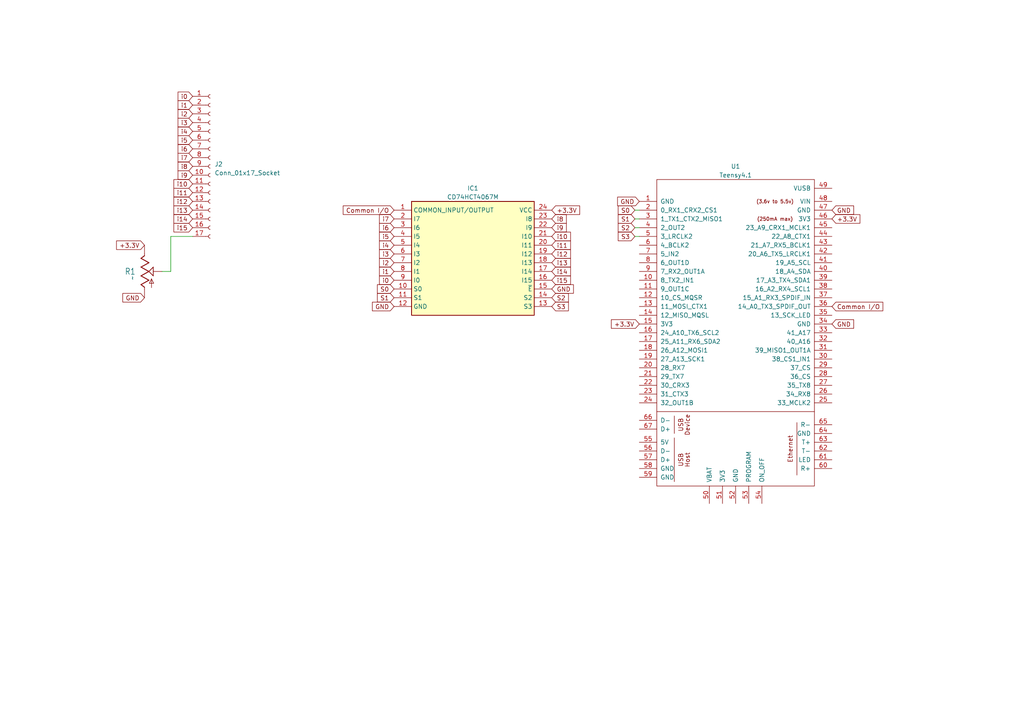
<source format=kicad_sch>
(kicad_sch (version 20230121) (generator eeschema)
  (paper "A4")
  (lib_symbols
    (symbol "CD74HCT4067M:CD74HCT4067M"
      (property "Reference" "IC" (at 41.91 7.62 0))
      (property "Value" "CD74HCT4067M" (at 41.91 5.08 0))
      (symbol "CD74HCT4067M_1_1"
        (rectangle (start 5.08 2.54) (end 40.64 -30.48) (stroke (width 0.254)) (fill (type background)))
        (pin passive line (at 0 0 0) (length 5.08) (name "COMMON_INPUT/OUTPUT") (number "1"))
        (pin passive line (at 0 -22.86 0) (length 5.08) (name "S0") (number "10"))
        (pin passive line (at 0 -25.4 0) (length 5.08) (name "S1") (number "11"))
        (pin passive line (at 0 -27.94 0) (length 5.08) (name "GND") (number "12"))
        (pin passive line (at 45.72 -27.94 180) (length 5.08) (name "S3") (number "13"))
        (pin passive line (at 45.72 -25.4 180) (length 5.08) (name "S2") (number "14"))
        (pin passive line (at 45.72 -22.86 180) (length 5.08) (name "~{E}") (number "15"))
        (pin passive line (at 45.72 -20.32 180) (length 5.08) (name "I15") (number "16"))
        (pin passive line (at 45.72 -17.78 180) (length 5.08) (name "I14") (number "17"))
        (pin passive line (at 45.72 -15.24 180) (length 5.08) (name "I13") (number "18"))
        (pin passive line (at 45.72 -12.7 180) (length 5.08) (name "I12") (number "19"))
        (pin passive line (at 0 -2.54 0) (length 5.08) (name "I7") (number "2"))
        (pin passive line (at 45.72 -10.16 180) (length 5.08) (name "I11") (number "20"))
        (pin passive line (at 45.72 -7.62 180) (length 5.08) (name "I10") (number "21"))
        (pin passive line (at 45.72 -5.08 180) (length 5.08) (name "I9") (number "22"))
        (pin passive line (at 45.72 -2.54 180) (length 5.08) (name "I8") (number "23"))
        (pin passive line (at 45.72 0 180) (length 5.08) (name "VCC") (number "24"))
        (pin passive line (at 0 -5.08 0) (length 5.08) (name "I6") (number "3"))
        (pin passive line (at 0 -7.62 0) (length 5.08) (name "I5") (number "4"))
        (pin passive line (at 0 -10.16 0) (length 5.08) (name "I4") (number "5"))
        (pin passive line (at 0 -12.7 0) (length 5.08) (name "I3") (number "6"))
        (pin passive line (at 0 -15.24 0) (length 5.08) (name "I2") (number "7"))
        (pin passive line (at 0 -17.78 0) (length 5.08) (name "I1") (number "8"))
        (pin passive line (at 0 -20.32 0) (length 5.08) (name "I0") (number "9"))
      )
    )
    (symbol "Connector:Conn_01x17_Socket" (pin_names (offset 1.016) hide)
      (property "Reference" "J" (at 0 22.86 0))
      (property "Value" "Conn_01x17_Socket" (at 0 -22.86 0))
      (symbol "Conn_01x17_Socket_1_1"
        (arc (start 0 -19.812) (mid -0.5058 -20.32) (end 0 -20.828) (stroke (width 0.1524)))
        (arc (start 0 -17.272) (mid -0.5058 -17.78) (end 0 -18.288) (stroke (width 0.1524)))
        (arc (start 0 -14.732) (mid -0.5058 -15.24) (end 0 -15.748) (stroke (width 0.1524)))
        (arc (start 0 -12.192) (mid -0.5058 -12.7) (end 0 -13.208) (stroke (width 0.1524)))
        (arc (start 0 -9.652) (mid -0.5058 -10.16) (end 0 -10.668) (stroke (width 0.1524)))
        (arc (start 0 -7.112) (mid -0.5058 -7.62) (end 0 -8.128) (stroke (width 0.1524)))
        (arc (start 0 -4.572) (mid -0.5058 -5.08) (end 0 -5.588) (stroke (width 0.1524)))
        (arc (start 0 -2.032) (mid -0.5058 -2.54) (end 0 -3.048) (stroke (width 0.1524)))
        (polyline (pts (xy -1.27 -20.32) (xy -0.508 -20.32)) (stroke (width 0.1524)))
        (polyline (pts (xy -1.27 -17.78) (xy -0.508 -17.78)) (stroke (width 0.1524)))
        (polyline (pts (xy -1.27 -15.24) (xy -0.508 -15.24)) (stroke (width 0.1524)))
        (polyline (pts (xy -1.27 -12.7) (xy -0.508 -12.7)) (stroke (width 0.1524)))
        (polyline (pts (xy -1.27 -10.16) (xy -0.508 -10.16)) (stroke (width 0.1524)))
        (polyline (pts (xy -1.27 -7.62) (xy -0.508 -7.62)) (stroke (width 0.1524)))
        (polyline (pts (xy -1.27 -5.08) (xy -0.508 -5.08)) (stroke (width 0.1524)))
        (polyline (pts (xy -1.27 -2.54) (xy -0.508 -2.54)) (stroke (width 0.1524)))
        (polyline (pts (xy -1.27 0) (xy -0.508 0)) (stroke (width 0.1524)))
        (polyline (pts (xy -1.27 2.54) (xy -0.508 2.54)) (stroke (width 0.1524)))
        (polyline (pts (xy -1.27 5.08) (xy -0.508 5.08)) (stroke (width 0.1524)))
        (polyline (pts (xy -1.27 7.62) (xy -0.508 7.62)) (stroke (width 0.1524)))
        (polyline (pts (xy -1.27 10.16) (xy -0.508 10.16)) (stroke (width 0.1524)))
        (polyline (pts (xy -1.27 12.7) (xy -0.508 12.7)) (stroke (width 0.1524)))
        (polyline (pts (xy -1.27 15.24) (xy -0.508 15.24)) (stroke (width 0.1524)))
        (polyline (pts (xy -1.27 17.78) (xy -0.508 17.78)) (stroke (width 0.1524)))
        (polyline (pts (xy -1.27 20.32) (xy -0.508 20.32)) (stroke (width 0.1524)))
        (arc (start 0 0.508) (mid -0.5058 0) (end 0 -0.508) (stroke (width 0.1524)))
        (arc (start 0 3.048) (mid -0.5058 2.54) (end 0 2.032) (stroke (width 0.1524)))
        (arc (start 0 5.588) (mid -0.5058 5.08) (end 0 4.572) (stroke (width 0.1524)))
        (arc (start 0 8.128) (mid -0.5058 7.62) (end 0 7.112) (stroke (width 0.1524)))
        (arc (start 0 10.668) (mid -0.5058 10.16) (end 0 9.652) (stroke (width 0.1524)))
        (arc (start 0 13.208) (mid -0.5058 12.7) (end 0 12.192) (stroke (width 0.1524)))
        (arc (start 0 15.748) (mid -0.5058 15.24) (end 0 14.732) (stroke (width 0.1524)))
        (arc (start 0 18.288) (mid -0.5058 17.78) (end 0 17.272) (stroke (width 0.1524)))
        (arc (start 0 20.828) (mid -0.5058 20.32) (end 0 19.812) (stroke (width 0.1524)))
        (pin passive line (at -5.08 20.32 0) (length 3.81) (name "Pin_1") (number "1"))
        (pin passive line (at -5.08 -2.54 0) (length 3.81) (name "Pin_10") (number "10"))
        (pin passive line (at -5.08 -5.08 0) (length 3.81) (name "Pin_11") (number "11"))
        (pin passive line (at -5.08 -7.62 0) (length 3.81) (name "Pin_12") (number "12"))
        (pin passive line (at -5.08 -10.16 0) (length 3.81) (name "Pin_13") (number "13"))
        (pin passive line (at -5.08 -12.7 0) (length 3.81) (name "Pin_14") (number "14"))
        (pin passive line (at -5.08 -15.24 0) (length 3.81) (name "Pin_15") (number "15"))
        (pin passive line (at -5.08 -17.78 0) (length 3.81) (name "Pin_16") (number "16"))
        (pin passive line (at -5.08 -20.32 0) (length 3.81) (name "Pin_17") (number "17"))
        (pin passive line (at -5.08 17.78 0) (length 3.81) (name "Pin_2") (number "2"))
        (pin passive line (at -5.08 15.24 0) (length 3.81) (name "Pin_3") (number "3"))
        (pin passive line (at -5.08 12.7 0) (length 3.81) (name "Pin_4") (number "4"))
        (pin passive line (at -5.08 10.16 0) (length 3.81) (name "Pin_5") (number "5"))
        (pin passive line (at -5.08 7.62 0) (length 3.81) (name "Pin_6") (number "6"))
        (pin passive line (at -5.08 5.08 0) (length 3.81) (name "Pin_7") (number "7"))
        (pin passive line (at -5.08 2.54 0) (length 3.81) (name "Pin_8") (number "8"))
        (pin passive line (at -5.08 0 0) (length 3.81) (name "Pin_9") (number "9"))
      )
    )
    (symbol "US-EVUL Alpha Potentiometer Eurorack:US-EVUL"
      (property "Reference" "R" (at -5.08 -2.54 90))
      (symbol "US-EVUL_1_0"
        (polyline (pts (xy -1.016 -3.81) (xy 1.27 -2.54)) (stroke (width 0.254)))
        (polyline (pts (xy -1.016 -1.27) (xy 1.27 0)) (stroke (width 0.254)))
        (polyline (pts (xy -1.016 1.27) (xy 1.27 2.54)) (stroke (width 0.254)))
        (polyline (pts (xy -1.016 3.81) (xy 0 4.572)) (stroke (width 0.254)))
        (polyline (pts (xy 0 -5.08) (xy 0 -4.572)) (stroke (width 0.1524)))
        (polyline (pts (xy 0 -4.572) (xy -1.016 -3.81)) (stroke (width 0.254)))
        (polyline (pts (xy 0 4.572) (xy 0 5.08)) (stroke (width 0.1524)))
        (polyline (pts (xy 1.27 -2.54) (xy -1.016 -1.27)) (stroke (width 0.254)))
        (polyline (pts (xy 1.27 0) (xy -1.016 1.27)) (stroke (width 0.254)))
        (polyline (pts (xy 1.27 0) (xy 2.54 1.27)) (stroke (width 0.2032)))
        (polyline (pts (xy 1.27 2.54) (xy -1.016 3.81)) (stroke (width 0.254)))
        (polyline (pts (xy 1.397 -3.429) (xy 2.032 -2.159)) (stroke (width 0.1524)))
        (polyline (pts (xy 2.032 -4.699) (xy 2.032 -2.159)) (stroke (width 0.1524)))
        (polyline (pts (xy 2.032 -2.159) (xy 2.667 -3.429)) (stroke (width 0.1524)))
        (polyline (pts (xy 2.54 -1.27) (xy 1.27 0)) (stroke (width 0.2032)))
        (polyline (pts (xy 2.54 1.27) (xy 2.54 -1.27)) (stroke (width 0.2032)))
        (polyline (pts (xy 2.667 -3.429) (xy 1.397 -3.429)) (stroke (width 0.1524)))
        (pin passive line (at 0 -7.62 90) (length 2.54) (name "A") (number "1"))
        (pin passive line (at 5.08 0 180) (length 2.54) (name "S") (number "2"))
        (pin passive line (at 0 7.62 270) (length 2.54) (name "E") (number "3"))
      )
    )
    (symbol "teensy:Teensy4.1" (pin_names (offset 1.016))
      (property "Reference" "U" (at 0 64.77 0))
      (property "Value" "Teensy4.1" (at 0 62.23 0))
      (symbol "Teensy4.1_0_0"
        (polyline (pts (xy -22.86 -6.35) (xy 22.86 -6.35)))
        (polyline (pts (xy -17.78 -26.67) (xy -17.78 -13.97)))
        (polyline (pts (xy -17.78 -7.62) (xy -17.78 -12.7)))
        (polyline (pts (xy 17.78 -9.525) (xy 17.78 -24.765)))
        (text "(250mA max)" (at 11.43 49.53 0) (effects (font (size 1.016 1.016))))
        (text "(3.6v to 5.5v)" (at 11.43 54.61 0) (effects (font (size 1.016 1.016))))
        (text "Device" (at -13.97 -10.16 900) (effects (font (size 1.27 1.27))))
        (text "Ethernet" (at 15.875 -17.145 900) (effects (font (size 1.27 1.27))))
        (text "Host" (at -13.97 -20.32 900) (effects (font (size 1.27 1.27))))
        (text "USB" (at -15.875 -20.32 900) (effects (font (size 1.27 1.27))))
        (text "USB" (at -15.875 -10.16 900) (effects (font (size 1.27 1.27))))
        (pin bidirectional line (at -27.94 31.75 0) (length 5.08) (name "8_TX2_IN1") (number "10"))
        (pin bidirectional line (at -27.94 29.21 0) (length 5.08) (name "9_OUT1C") (number "11"))
        (pin bidirectional line (at -27.94 26.67 0) (length 5.08) (name "10_CS_MQSR") (number "12"))
        (pin bidirectional line (at -27.94 24.13 0) (length 5.08) (name "11_MOSI_CTX1") (number "13"))
        (pin bidirectional line (at -27.94 21.59 0) (length 5.08) (name "12_MISO_MQSL") (number "14"))
        (pin power_in line (at -27.94 19.05 0) (length 5.08) (name "3V3") (number "15"))
        (pin bidirectional line (at -27.94 16.51 0) (length 5.08) (name "24_A10_TX6_SCL2") (number "16"))
        (pin bidirectional line (at -27.94 13.97 0) (length 5.08) (name "25_A11_RX6_SDA2") (number "17"))
        (pin bidirectional line (at -27.94 11.43 0) (length 5.08) (name "26_A12_MOSI1") (number "18"))
        (pin bidirectional line (at -27.94 8.89 0) (length 5.08) (name "27_A13_SCK1") (number "19"))
        (pin bidirectional line (at -27.94 6.35 0) (length 5.08) (name "28_RX7") (number "20"))
        (pin bidirectional line (at -27.94 3.81 0) (length 5.08) (name "29_TX7") (number "21"))
        (pin bidirectional line (at -27.94 1.27 0) (length 5.08) (name "30_CRX3") (number "22"))
        (pin bidirectional line (at -27.94 -1.27 0) (length 5.08) (name "31_CTX3") (number "23"))
        (pin bidirectional line (at -27.94 -3.81 0) (length 5.08) (name "32_OUT1B") (number "24"))
        (pin bidirectional line (at 27.94 -3.81 180) (length 5.08) (name "33_MCLK2") (number "25"))
        (pin bidirectional line (at 27.94 -1.27 180) (length 5.08) (name "34_RX8") (number "26"))
        (pin bidirectional line (at 27.94 1.27 180) (length 5.08) (name "35_TX8") (number "27"))
        (pin bidirectional line (at 27.94 3.81 180) (length 5.08) (name "36_CS") (number "28"))
        (pin bidirectional line (at 27.94 6.35 180) (length 5.08) (name "37_CS") (number "29"))
        (pin bidirectional line (at 27.94 8.89 180) (length 5.08) (name "38_CS1_IN1") (number "30"))
        (pin bidirectional line (at 27.94 11.43 180) (length 5.08) (name "39_MISO1_OUT1A") (number "31"))
        (pin bidirectional line (at 27.94 13.97 180) (length 5.08) (name "40_A16") (number "32"))
        (pin bidirectional line (at 27.94 16.51 180) (length 5.08) (name "41_A17") (number "33"))
        (pin bidirectional line (at 27.94 21.59 180) (length 5.08) (name "13_SCK_LED") (number "35"))
        (pin bidirectional line (at 27.94 24.13 180) (length 5.08) (name "14_A0_TX3_SPDIF_OUT") (number "36"))
        (pin bidirectional line (at 27.94 26.67 180) (length 5.08) (name "15_A1_RX3_SPDIF_IN") (number "37"))
        (pin bidirectional line (at 27.94 29.21 180) (length 5.08) (name "16_A2_RX4_SCL1") (number "38"))
        (pin bidirectional line (at 27.94 31.75 180) (length 5.08) (name "17_A3_TX4_SDA1") (number "39"))
        (pin bidirectional line (at 27.94 34.29 180) (length 5.08) (name "18_A4_SDA") (number "40"))
        (pin bidirectional line (at 27.94 36.83 180) (length 5.08) (name "19_A5_SCL") (number "41"))
        (pin bidirectional line (at 27.94 39.37 180) (length 5.08) (name "20_A6_TX5_LRCLK1") (number "42"))
        (pin bidirectional line (at 27.94 41.91 180) (length 5.08) (name "21_A7_RX5_BCLK1") (number "43"))
        (pin bidirectional line (at 27.94 44.45 180) (length 5.08) (name "22_A8_CTX1") (number "44"))
        (pin bidirectional line (at 27.94 46.99 180) (length 5.08) (name "23_A9_CRX1_MCLK1") (number "45"))
        (pin output line (at 27.94 49.53 180) (length 5.08) (name "3V3") (number "46"))
        (pin output line (at 27.94 52.07 180) (length 5.08) (name "GND") (number "47"))
        (pin power_in line (at 27.94 54.61 180) (length 5.08) (name "VIN") (number "48"))
        (pin power_out line (at 27.94 58.42 180) (length 5.08) (name "VUSB") (number "49"))
        (pin bidirectional line (at -27.94 44.45 0) (length 5.08) (name "3_LRCLK2") (number "5"))
        (pin power_in line (at -7.62 -33.02 90) (length 5.08) (name "VBAT") (number "50"))
        (pin power_in line (at -3.81 -33.02 90) (length 5.08) (name "3V3") (number "51"))
        (pin input line (at 0 -33.02 90) (length 5.08) (name "GND") (number "52"))
        (pin input line (at 3.81 -33.02 90) (length 5.08) (name "PROGRAM") (number "53"))
        (pin input line (at 7.62 -33.02 90) (length 5.08) (name "ON_OFF") (number "54"))
        (pin power_out line (at -27.94 -15.24 0) (length 5.08) (name "5V") (number "55"))
        (pin bidirectional line (at -27.94 -17.78 0) (length 5.08) (name "D-") (number "56"))
        (pin bidirectional line (at -27.94 -20.32 0) (length 5.08) (name "D+") (number "57"))
        (pin power_in line (at -27.94 -22.86 0) (length 5.08) (name "GND") (number "58"))
        (pin power_in line (at -27.94 -25.4 0) (length 5.08) (name "GND") (number "59"))
        (pin bidirectional line (at -27.94 41.91 0) (length 5.08) (name "4_BCLK2") (number "6"))
        (pin bidirectional line (at 27.94 -22.86 180) (length 5.08) (name "R+") (number "60"))
        (pin bidirectional line (at 27.94 -20.32 180) (length 5.08) (name "LED") (number "61"))
        (pin bidirectional line (at 27.94 -17.78 180) (length 5.08) (name "T-") (number "62"))
        (pin bidirectional line (at 27.94 -15.24 180) (length 5.08) (name "T+") (number "63"))
        (pin power_in line (at 27.94 -12.7 180) (length 5.08) (name "GND") (number "64"))
        (pin bidirectional line (at 27.94 -10.16 180) (length 5.08) (name "R-") (number "65"))
        (pin bidirectional line (at -27.94 -8.89 0) (length 5.08) (name "D-") (number "66"))
        (pin bidirectional line (at -27.94 -11.43 0) (length 5.08) (name "D+") (number "67"))
        (pin bidirectional line (at -27.94 39.37 0) (length 5.08) (name "5_IN2") (number "7"))
        (pin bidirectional line (at -27.94 36.83 0) (length 5.08) (name "6_OUT1D") (number "8"))
        (pin bidirectional line (at -27.94 34.29 0) (length 5.08) (name "7_RX2_OUT1A") (number "9"))
      )
      (symbol "Teensy4.1_0_1"
        (rectangle (start -22.86 60.96) (end 22.86 -27.94))
        (rectangle (start -20.32 -1.27) (end -20.32 -1.27))
      )
      (symbol "Teensy4.1_1_1"
        (pin power_in line (at -27.94 54.61 0) (length 5.08) (name "GND") (number "1"))
        (pin bidirectional line (at -27.94 52.07 0) (length 5.08) (name "0_RX1_CRX2_CS1") (number "2"))
        (pin bidirectional line (at -27.94 49.53 0) (length 5.08) (name "1_TX1_CTX2_MISO1") (number "3"))
        (pin power_in line (at 27.94 19.05 180) (length 5.08) (name "GND") (number "34"))
        (pin bidirectional line (at -27.94 46.99 0) (length 5.08) (name "2_OUT2") (number "4"))
      )
    )
  )
  (wire (pts (xy 184.15 60.96) (xy 185.42 60.96)))
  (wire (pts (xy 49.53 78.74) (xy 49.53 68.58)))
  (wire (pts (xy 184.15 63.5) (xy 185.42 63.5)))
  (wire (pts (xy 184.15 66.04) (xy 185.42 66.04)))
  (wire (pts (xy 184.15 68.58) (xy 185.42 68.58)))
  (wire (pts (xy 46.99 78.74) (xy 49.53 78.74)))
  (wire (pts (xy 49.53 68.58) (xy 55.88 68.58)))
  (global_label "GND" (shape input) (at 114.3 88.9 180) (property "Intersheetrefs" "${INTERSHEET_REFS}" (effects hide)))
  (global_label "i8" (shape input) (at 160.02 63.5 0) (property "Intersheetrefs" "${INTERSHEET_REFS}" (effects hide)))
  (global_label "i6" (shape input) (at 114.3 66.04 180) (property "Intersheetrefs" "${INTERSHEET_REFS}" (effects hide)))
  (global_label "GND" (shape input) (at 160.02 83.82 0) (property "Intersheetrefs" "${INTERSHEET_REFS}" (effects hide)))
  (global_label "i1" (shape input) (at 55.88 30.48 180) (property "Intersheetrefs" "${INTERSHEET_REFS}" (effects hide)))
  (global_label "GND" (shape input) (at 241.3 93.98 0) (property "Intersheetrefs" "${INTERSHEET_REFS}" (effects hide)))
  (global_label "i5" (shape input) (at 55.88 40.64 180) (property "Intersheetrefs" "${INTERSHEET_REFS}" (effects hide)))
  (global_label "i7" (shape input) (at 55.88 45.72 180) (property "Intersheetrefs" "${INTERSHEET_REFS}" (effects hide)))
  (global_label "i10" (shape input) (at 55.88 53.34 180) (property "Intersheetrefs" "${INTERSHEET_REFS}" (effects hide)))
  (global_label "i11" (shape input) (at 55.88 55.88 180) (property "Intersheetrefs" "${INTERSHEET_REFS}" (effects hide)))
  (global_label "i4" (shape input) (at 55.88 38.1 180) (property "Intersheetrefs" "${INTERSHEET_REFS}" (effects hide)))
  (global_label "i5" (shape input) (at 114.3 68.58 180) (property "Intersheetrefs" "${INTERSHEET_REFS}" (effects hide)))
  (global_label "S2" (shape input) (at 160.02 86.36 0) (property "Intersheetrefs" "${INTERSHEET_REFS}" (effects hide)))
  (global_label "i1" (shape input) (at 114.3 78.74 180) (property "Intersheetrefs" "${INTERSHEET_REFS}" (effects hide)))
  (global_label "S0" (shape input) (at 184.15 60.96 180) (property "Intersheetrefs" "${INTERSHEET_REFS}" (effects hide)))
  (global_label "+3.3V" (shape input) (at 241.3 63.5 0) (property "Intersheetrefs" "${INTERSHEET_REFS}" (effects hide)))
  (global_label "i15" (shape input) (at 160.02 81.28 0) (property "Intersheetrefs" "${INTERSHEET_REFS}" (effects hide)))
  (global_label "i3" (shape input) (at 55.88 35.56 180) (property "Intersheetrefs" "${INTERSHEET_REFS}" (effects hide)))
  (global_label "i14" (shape input) (at 160.02 78.74 0) (property "Intersheetrefs" "${INTERSHEET_REFS}" (effects hide)))
  (global_label "i3" (shape input) (at 114.3 73.66 180) (property "Intersheetrefs" "${INTERSHEET_REFS}" (effects hide)))
  (global_label "i8" (shape input) (at 55.88 48.26 180) (property "Intersheetrefs" "${INTERSHEET_REFS}" (effects hide)))
  (global_label "i12" (shape input) (at 55.88 58.42 180) (property "Intersheetrefs" "${INTERSHEET_REFS}" (effects hide)))
  (global_label "+3.3V" (shape input) (at 41.91 71.12 180) (property "Intersheetrefs" "${INTERSHEET_REFS}" (effects hide)))
  (global_label "+3.3V" (shape input) (at 160.02 60.96 0) (property "Intersheetrefs" "${INTERSHEET_REFS}" (effects hide)))
  (global_label "S0" (shape input) (at 114.3 83.82 180) (property "Intersheetrefs" "${INTERSHEET_REFS}" (effects hide)))
  (global_label "i10" (shape input) (at 160.02 68.58 0) (property "Intersheetrefs" "${INTERSHEET_REFS}" (effects hide)))
  (global_label "Common I{slash}O" (shape input) (at 241.3 88.9 0) (property "Intersheetrefs" "${INTERSHEET_REFS}" (effects hide)))
  (global_label "i0" (shape input) (at 114.3 81.28 180) (property "Intersheetrefs" "${INTERSHEET_REFS}" (effects hide)))
  (global_label "GND" (shape input) (at 185.42 58.42 180) (property "Intersheetrefs" "${INTERSHEET_REFS}" (effects hide)))
  (global_label "S3" (shape input) (at 184.15 68.58 180) (property "Intersheetrefs" "${INTERSHEET_REFS}" (effects hide)))
  (global_label "S1" (shape input) (at 114.3 86.36 180) (property "Intersheetrefs" "${INTERSHEET_REFS}" (effects hide)))
  (global_label "i11" (shape input) (at 160.02 71.12 0) (property "Intersheetrefs" "${INTERSHEET_REFS}" (effects hide)))
  (global_label "GND" (shape input) (at 41.91 86.36 180) (property "Intersheetrefs" "${INTERSHEET_REFS}" (effects hide)))
  (global_label "S3" (shape input) (at 160.02 88.9 0) (property "Intersheetrefs" "${INTERSHEET_REFS}" (effects hide)))
  (global_label "S2" (shape input) (at 184.15 66.04 180) (property "Intersheetrefs" "${INTERSHEET_REFS}" (effects hide)))
  (global_label "S1" (shape input) (at 184.15 63.5 180) (property "Intersheetrefs" "${INTERSHEET_REFS}" (effects hide)))
  (global_label "i13" (shape input) (at 160.02 76.2 0) (property "Intersheetrefs" "${INTERSHEET_REFS}" (effects hide)))
  (global_label "i9" (shape input) (at 160.02 66.04 0) (property "Intersheetrefs" "${INTERSHEET_REFS}" (effects hide)))
  (global_label "i15" (shape input) (at 55.88 66.04 180) (property "Intersheetrefs" "${INTERSHEET_REFS}" (effects hide)))
  (global_label "i0" (shape input) (at 55.88 27.94 180) (property "Intersheetrefs" "${INTERSHEET_REFS}" (effects hide)))
  (global_label "+3.3V" (shape input) (at 185.42 93.98 180) (property "Intersheetrefs" "${INTERSHEET_REFS}" (effects hide)))
  (global_label "i9" (shape input) (at 55.88 50.8 180) (property "Intersheetrefs" "${INTERSHEET_REFS}" (effects hide)))
  (global_label "i7" (shape input) (at 114.3 63.5 180) (property "Intersheetrefs" "${INTERSHEET_REFS}" (effects hide)))
  (global_label "i4" (shape input) (at 114.3 71.12 180) (property "Intersheetrefs" "${INTERSHEET_REFS}" (effects hide)))
  (global_label "GND" (shape input) (at 241.3 60.96 0) (property "Intersheetrefs" "${INTERSHEET_REFS}" (effects hide)))
  (global_label "i13" (shape input) (at 55.88 60.96 180) (property "Intersheetrefs" "${INTERSHEET_REFS}" (effects hide)))
  (global_label "i2" (shape input) (at 114.3 76.2 180) (property "Intersheetrefs" "${INTERSHEET_REFS}" (effects hide)))
  (global_label "Common I{slash}O" (shape input) (at 114.3 60.96 180) (property "Intersheetrefs" "${INTERSHEET_REFS}" (effects hide)))
  (global_label "i6" (shape input) (at 55.88 43.18 180) (property "Intersheetrefs" "${INTERSHEET_REFS}" (effects hide)))
  (global_label "i14" (shape input) (at 55.88 63.5 180) (property "Intersheetrefs" "${INTERSHEET_REFS}" (effects hide)))
  (global_label "i12" (shape input) (at 160.02 73.66 0) (property "Intersheetrefs" "${INTERSHEET_REFS}" (effects hide)))
  (global_label "i2" (shape input) (at 55.88 33.02 180) (property "Intersheetrefs" "${INTERSHEET_REFS}" (effects hide)))
  (symbol (lib_id "CD74HCT4067M:CD74HCT4067M") (at 114.3 60.96 0) (unit 1)
    (property "Reference" "IC1" (at 137.16 54.61 0))
    (property "Value" "CD74HCT4067M" (at 137.16 57.15 0))
    (property "Footprint" "SOIC127P1030X265-24N" (effects hide))
    (property "Datasheet" "http://www.ti.com/lit/gpn/cd74hct4067" (effects hide))
    (property "Height" "2.65" (effects hide))
    (property "Mouser Part Number" "595-CD74HCT4067M" (effects hide))
    (property "Mouser Price/Stock" "https://www.mouser.co.uk/ProductDetail/Texas-Instruments/CD74HCT4067M?qs=vul0MlC%2Fa1fex%2F7NLRWpgQ%3D%3D" (effects hide))
    (property "Manufacturer_Name" "Texas Instruments" (effects hide))
    (property "Manufacturer_Part_Number" "CD74HCT4067M" (effects hide))
  )
  (symbol (lib_id "teensy:Teensy4.1") (at 213.36 113.03 0) (unit 1)
    (property "Reference" "U1" (at 213.36 48.26 0))
    (property "Value" "Teensy4.1" (at 213.36 50.8 0))
    (property "Footprint" "teensy:Teensy41" (effects hide))
  )
  (symbol (lib_id "US-EVUL Alpha Potentiometer Eurorack:US-EVUL") (at 41.91 78.74 0) (unit 1)
    (property "Reference" "R1" (at 39.37 78.74 0) (effects (font (size 1.778 1.5113)) (justify right)))
    (property "Value" "~" (at 39.37 81.28 90) (effects (font (size 1.778 1.5113)) (justify left bottom)))
    (property "Footprint" "Alpha potentiometer eurorack:EVUFXL" (effects hide))
  )
  (symbol (lib_id "Connector:Conn_01x17_Socket") (at 60.96 48.26 0) (unit 1)
    (property "Reference" "J2" (at 62.23 47.625 0) (effects (justify left)))
    (property "Value" "Conn_01x17_Socket" (at 62.23 50.165 0) (effects (justify left)))
    (property "Footprint" "Connector_PinSocket_2.54mm:PinSocket_1x17_P2.54mm_Vertical" (effects hide))
  )
)
</source>
